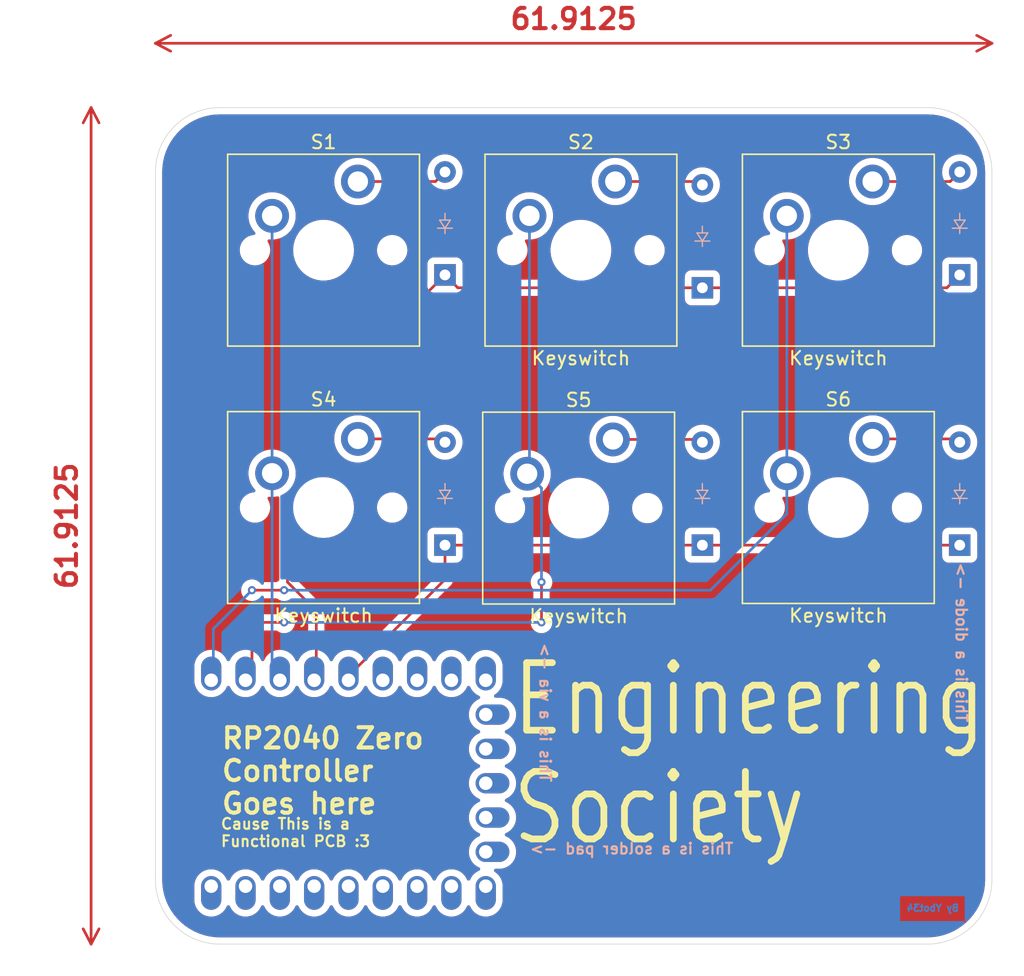
<source format=kicad_pcb>
(kicad_pcb (version 20241229) (generator "pcbnew") (generator_version "9.0")
  (layers (0 "F.Cu" signal) (2 "B.Cu" signal) (13 "F.Paste" user) (15 "B.Paste" user) (5 "F.SilkS" user "F.Silkscreen") (7 "B.SilkS" user "B.Silkscreen") (1 "F.Mask" user) (3 "B.Mask" user) (25 "Edge.Cuts" user))
  (net 0 "")
  (net 1 "Net-(D1-A)")
  (net 2 "Row 0")
  (net 3 "Net-(D2-A)")
  (net 4 "Net-(D3-A)")
  (net 5 "Row 1")
  (net 6 "Net-(D4-A)")
  (net 7 "Net-(D5-A)")
  (net 8 "Net-(D6-A)")
  (net 9 "Collom 0")
  (net 28 "collom 1")
  (net 29 "collom 2")
  (footprint "ScottoKeebs_MX:MX_PCB_1.00u" (layer "F.Cu") (at 138.65 51.03125)
    (property "Reference" "S2" (at 0 -8 0) (layer "F.SilkS"))
    (property "Value" "Keyswitch" (at 0 8 0) (layer "F.SilkS"))
    (fp_line (start -7.1 -7.1) (end -7.1 7.1) (stroke (width 0.12)) (layer "F.SilkS"))
    (fp_line (start -7.1 7.1) (end 7.1 7.1) (stroke (width 0.12)) (layer "F.SilkS"))
    (fp_line (start 7.1 -7.1) (end -7.1 -7.1) (stroke (width 0.12)) (layer "F.SilkS"))
    (fp_line (start 7.1 7.1) (end 7.1 -7.1) (stroke (width 0.12)) (layer "F.SilkS"))
    (pad "" np_thru_hole circle (at -5.08 0) (size 1.75 1.75) (drill 1.75) (layers "*.Cu" "*.Mask"))
    (pad "" np_thru_hole circle (at 0 0) (size 4 4) (drill 4) (layers "*.Cu" "*.Mask"))
    (pad "" np_thru_hole circle (at 5.08 0) (size 1.75 1.75) (drill 1.75) (layers "*.Cu" "*.Mask"))
    (pad "1" thru_hole circle (at -3.81 -2.54) (size 2.5 2.5) (drill 1.5) (layers "*.Cu" "*.Mask") (net 28 "collom 1"))
    (pad "2" thru_hole circle (at 2.54 -5.08) (size 2.5 2.5) (drill 1.5) (layers "*.Cu" "*.Mask") (net 3 "Net-(D2-A)"))
  )
  (footprint "ScottoKeebs_MX:MX_PCB_1.00u" (layer "F.Cu") (at 119.6 70.08125)
    (property "Reference" "S4" (at 0 -8 0) (layer "F.SilkS"))
    (property "Value" "Keyswitch" (at 0 8 0) (layer "F.SilkS"))
    (fp_line (start -7.1 -7.1) (end -7.1 7.1) (stroke (width 0.12)) (layer "F.SilkS"))
    (fp_line (start -7.1 7.1) (end 7.1 7.1) (stroke (width 0.12)) (layer "F.SilkS"))
    (fp_line (start 7.1 -7.1) (end -7.1 -7.1) (stroke (width 0.12)) (layer "F.SilkS"))
    (fp_line (start 7.1 7.1) (end 7.1 -7.1) (stroke (width 0.12)) (layer "F.SilkS"))
    (pad "" np_thru_hole circle (at -5.08 0) (size 1.75 1.75) (drill 1.75) (layers "*.Cu" "*.Mask"))
    (pad "" np_thru_hole circle (at 0 0) (size 4 4) (drill 4) (layers "*.Cu" "*.Mask"))
    (pad "" np_thru_hole circle (at 5.08 0) (size 1.75 1.75) (drill 1.75) (layers "*.Cu" "*.Mask"))
    (pad "1" thru_hole circle (at -3.81 -2.54) (size 2.5 2.5) (drill 1.5) (layers "*.Cu" "*.Mask") (net 9 "Collom 0"))
    (pad "2" thru_hole circle (at 2.54 -5.08) (size 2.5 2.5) (drill 1.5) (layers "*.Cu" "*.Mask") (net 6 "Net-(D4-A)"))
  )
  (footprint "ScottoKeebs_MX:MX_PCB_1.00u" (layer "F.Cu") (at 157.7 70.08125)
    (property "Reference" "S6" (at 0 -8 0) (layer "F.SilkS"))
    (property "Value" "Keyswitch" (at 0 8 0) (layer "F.SilkS"))
    (fp_line (start -7.1 -7.1) (end -7.1 7.1) (stroke (width 0.12)) (layer "F.SilkS"))
    (fp_line (start -7.1 7.1) (end 7.1 7.1) (stroke (width 0.12)) (layer "F.SilkS"))
    (fp_line (start 7.1 -7.1) (end -7.1 -7.1) (stroke (width 0.12)) (layer "F.SilkS"))
    (fp_line (start 7.1 7.1) (end 7.1 -7.1) (stroke (width 0.12)) (layer "F.SilkS"))
    (pad "" np_thru_hole circle (at -5.08 0) (size 1.75 1.75) (drill 1.75) (layers "*.Cu" "*.Mask"))
    (pad "" np_thru_hole circle (at 0 0) (size 4 4) (drill 4) (layers "*.Cu" "*.Mask"))
    (pad "" np_thru_hole circle (at 5.08 0) (size 1.75 1.75) (drill 1.75) (layers "*.Cu" "*.Mask"))
    (pad "1" thru_hole circle (at -3.81 -2.54) (size 2.5 2.5) (drill 1.5) (layers "*.Cu" "*.Mask") (net 29 "collom 2"))
    (pad "2" thru_hole circle (at 2.54 -5.08) (size 2.5 2.5) (drill 1.5) (layers "*.Cu" "*.Mask") (net 8 "Net-(D6-A)"))
  )
  (footprint "ScottoKeebs_MCU:RP2040_Zero" (layer "F.Cu") (at 121.44375 90.4875 90)
    (property "Reference" "U1" (hide yes))
    (property "Value" "RP2040_Zero" (hide yes))
    (pad "1" thru_hole oval (at 7.62 -10.16 270) (size 2.5 1.5) (drill 1 (offset -0.5 0)) (layers "*.Cu" "*.Mask") (net 29 "collom 2"))
    (pad "2" thru_hole oval (at 7.62 -7.62 270) (size 2.5 1.5) (drill 1 (offset -0.5 0)) (layers "*.Cu" "*.Mask") (net 28 "collom 1"))
    (pad "3" thru_hole oval (at 7.62 -5.08 270) (size 2.5 1.5) (drill 1 (offset -0.5 0)) (layers "*.Cu" "*.Mask") (net 9 "Collom 0"))
    (pad "4" thru_hole oval (at 7.62 -2.54 270) (size 2.5 1.5) (drill 1 (offset -0.5 0)) (layers "*.Cu" "*.Mask") (net 2 "Row 0"))
    (pad "5" thru_hole oval (at 7.62 0 270) (size 2.5 1.5) (drill 1 (offset -0.5 0)) (layers "*.Cu" "*.Mask") (net 5 "Row 1"))
    (pad "6" thru_hole oval (at 7.62 2.54 270) (size 2.5 1.5) (drill 1 (offset -0.5 0)) (layers "*.Cu" "*.Mask"))
    (pad "7" thru_hole oval (at 7.62 5.08 270) (size 2.5 1.5) (drill 1 (offset -0.5 0)) (layers "*.Cu" "*.Mask"))
    (pad "8" thru_hole oval (at 7.62 7.62 270) (size 2.5 1.5) (drill 1 (offset -0.5 0)) (layers "*.Cu" "*.Mask"))
    (pad "9" thru_hole oval (at 7.62 10.16 270) (size 2.5 1.5) (drill 1 (offset -0.5 0)) (layers "*.Cu" "*.Mask"))
    (pad "10" thru_hole oval (at 5.08 10.16 180) (size 2.5 1.5) (drill 1 (offset -0.5 0)) (layers "*.Cu" "*.Mask"))
    (pad "11" thru_hole oval (at 2.54 10.16 180) (size 2.5 1.5) (drill 1 (offset -0.5 0)) (layers "*.Cu" "*.Mask"))
    (pad "12" thru_hole oval (at 0 10.16 180) (size 2.5 1.5) (drill 1 (offset -0.5 0)) (layers "*.Cu" "*.Mask"))
    (pad "13" thru_hole oval (at -2.54 10.16 180) (size 2.5 1.5) (drill 1 (offset -0.5 0)) (layers "*.Cu" "*.Mask"))
    (pad "14" thru_hole oval (at -5.08 10.16 180) (size 2.5 1.5) (drill 1 (offset -0.5 0)) (layers "*.Cu" "*.Mask"))
    (pad "15" thru_hole oval (at -7.62 10.16 90) (size 2.5 1.5) (drill 1 (offset -0.5 0)) (layers "*.Cu" "*.Mask"))
    (pad "16" thru_hole oval (at -7.62 7.62 90) (size 2.5 1.5) (drill 1 (offset -0.5 0)) (layers "*.Cu" "*.Mask"))
    (pad "17" thru_hole oval (at -7.62 5.08 90) (size 2.5 1.5) (drill 1 (offset -0.5 0)) (layers "*.Cu" "*.Mask"))
    (pad "18" thru_hole oval (at -7.62 2.54 90) (size 2.5 1.5) (drill 1 (offset -0.5 0)) (layers "*.Cu" "*.Mask"))
    (pad "19" thru_hole oval (at -7.62 0 90) (size 2.5 1.5) (drill 1 (offset -0.5 0)) (layers "*.Cu" "*.Mask"))
    (pad "20" thru_hole oval (at -7.62 -2.54 90) (size 2.5 1.5) (drill 1 (offset -0.5 0)) (layers "*.Cu" "*.Mask"))
    (pad "21" thru_hole oval (at -7.62 -5.08 90) (size 2.5 1.5) (drill 1 (offset -0.5 0)) (layers "*.Cu" "*.Mask"))
    (pad "22" thru_hole oval (at -7.62 -7.62 90) (size 2.5 1.5) (drill 1 (offset -0.5 0)) (layers "*.Cu" "*.Mask"))
    (pad "23" thru_hole oval (at -7.62 -10.16 90) (size 2.5 1.5) (drill 1 (offset -0.5 0)) (layers "*.Cu" "*.Mask"))
  )
  (footprint "ScottoKeebs_MX:MX_PCB_1.00u" (layer "F.Cu") (at 119.6 51.03125)
    (property "Reference" "S1" (at 0 -8 0) (layer "F.SilkS"))
    (property "Value" "Keyswitch")
    (fp_line (start -7.1 -7.1) (end -7.1 7.1) (stroke (width 0.12)) (layer "F.SilkS"))
    (fp_line (start -7.1 7.1) (end 7.1 7.1) (stroke (width 0.12)) (layer "F.SilkS"))
    (fp_line (start 7.1 -7.1) (end -7.1 -7.1) (stroke (width 0.12)) (layer "F.SilkS"))
    (fp_line (start 7.1 7.1) (end 7.1 -7.1) (stroke (width 0.12)) (layer "F.SilkS"))
    (pad "" np_thru_hole circle (at -5.08 0) (size 1.75 1.75) (drill 1.75) (layers "*.Cu" "*.Mask"))
    (pad "" np_thru_hole circle (at 0 0) (size 4 4) (drill 4) (layers "*.Cu" "*.Mask"))
    (pad "" np_thru_hole circle (at 5.08 0) (size 1.75 1.75) (drill 1.75) (layers "*.Cu" "*.Mask"))
    (pad "1" thru_hole circle (at -3.81 -2.54) (size 2.5 2.5) (drill 1.5) (layers "*.Cu" "*.Mask") (net 9 "Collom 0"))
    (pad "2" thru_hole circle (at 2.54 -5.08) (size 2.5 2.5) (drill 1.5) (layers "*.Cu" "*.Mask") (net 1 "Net-(D1-A)"))
  )
  (footprint "ScottoKeebs_MX:MX_PCB_1.00u" (layer "F.Cu") (at 157.7 51.03125)
    (property "Reference" "S3" (at 0 -8 0) (layer "F.SilkS"))
    (property "Value" "Keyswitch" (at 0 8 0) (layer "F.SilkS"))
    (fp_line (start -7.1 -7.1) (end -7.1 7.1) (stroke (width 0.12)) (layer "F.SilkS"))
    (fp_line (start -7.1 7.1) (end 7.1 7.1) (stroke (width 0.12)) (layer "F.SilkS"))
    (fp_line (start 7.1 -7.1) (end -7.1 -7.1) (stroke (width 0.12)) (layer "F.SilkS"))
    (fp_line (start 7.1 7.1) (end 7.1 -7.1) (stroke (width 0.12)) (layer "F.SilkS"))
    (pad "" np_thru_hole circle (at -5.08 0) (size 1.75 1.75) (drill 1.75) (layers "*.Cu" "*.Mask"))
    (pad "" np_thru_hole circle (at 0 0) (size 4 4) (drill 4) (layers "*.Cu" "*.Mask"))
    (pad "" np_thru_hole circle (at 5.08 0) (size 1.75 1.75) (drill 1.75) (layers "*.Cu" "*.Mask"))
    (pad "1" thru_hole circle (at -3.81 -2.54) (size 2.5 2.5) (drill 1.5) (layers "*.Cu" "*.Mask") (net 29 "collom 2"))
    (pad "2" thru_hole circle (at 2.54 -5.08) (size 2.5 2.5) (drill 1.5) (layers "*.Cu" "*.Mask") (net 4 "Net-(D3-A)"))
  )
  (footprint "ScottoKeebs_MX:MX_PCB_1.00u" (layer "F.Cu") (at 138.48 70.12125)
    (property "Reference" "S5" (at 0 -8 0) (layer "F.SilkS"))
    (property "Value" "Keyswitch" (at 0 8 0) (layer "F.SilkS"))
    (fp_line (start -7.1 -7.1) (end -7.1 7.1) (stroke (width 0.12)) (layer "F.SilkS"))
    (fp_line (start -7.1 7.1) (end 7.1 7.1) (stroke (width 0.12)) (layer "F.SilkS"))
    (fp_line (start 7.1 -7.1) (end -7.1 -7.1) (stroke (width 0.12)) (layer "F.SilkS"))
    (fp_line (start 7.1 7.1) (end 7.1 -7.1) (stroke (width 0.12)) (layer "F.SilkS"))
    (pad "" np_thru_hole circle (at -5.08 0) (size 1.75 1.75) (drill 1.75) (layers "*.Cu" "*.Mask"))
    (pad "" np_thru_hole circle (at 0 0) (size 4 4) (drill 4) (layers "*.Cu" "*.Mask"))
    (pad "" np_thru_hole circle (at 5.08 0) (size 1.75 1.75) (drill 1.75) (layers "*.Cu" "*.Mask"))
    (pad "1" thru_hole circle (at -3.81 -2.54) (size 2.5 2.5) (drill 1.5) (layers "*.Cu" "*.Mask") (net 28 "collom 1"))
    (pad "2" thru_hole circle (at 2.54 -5.08) (size 2.5 2.5) (drill 1.5) (layers "*.Cu" "*.Mask") (net 7 "Net-(D5-A)"))
  )
  (footprint "ScottoKeebs_Components:Diode_DO-35" (layer "B.Cu") (at 166.6875 72.86625 90)
    (property "Reference" "D6" (hide yes))
    (property "Value" "Diode" (hide yes))
    (fp_line (start 4.06 -0.4) (end 3.46 0) (stroke (width 0.1)) (layer "B.SilkS"))
    (fp_line (start 4.06 0) (end 4.56 0) (stroke (width 0.1)) (layer "B.SilkS"))
    (fp_line (start 3.46 0) (end 4.06 0.4) (stroke (width 0.1)) (layer "B.SilkS"))
    (fp_line (start 3.06 0) (end 3.46 0) (stroke (width 0.1)) (layer "B.SilkS"))
    (fp_line (start 4.06 0.4) (end 4.06 -0.4) (stroke (width 0.1)) (layer "B.SilkS"))
    (fp_line (start 3.46 0.55) (end 3.46 -0.55) (stroke (width 0.1)) (layer "B.SilkS"))
    (pad "1" thru_hole rect (at 0 0 90) (size 1.6 1.6) (drill 0.8) (layers "*.Cu" "*.Mask") (net 5 "Row 1"))
    (pad "2" thru_hole oval (at 7.62 0 90) (size 1.6 1.6) (drill 0.8) (layers "*.Cu" "*.Mask") (net 8 "Net-(D6-A)"))
  )
  (footprint "ScottoKeebs_Components:Diode_DO-35" (layer "B.Cu") (at 128.5875 72.86625 90)
    (property "Reference" "D4" (hide yes))
    (property "Value" "Diode" (hide yes))
    (fp_line (start 4.06 -0.4) (end 3.46 0) (stroke (width 0.1)) (layer "B.SilkS"))
    (fp_line (start 4.06 0) (end 4.56 0) (stroke (width 0.1)) (layer "B.SilkS"))
    (fp_line (start 3.46 0) (end 4.06 0.4) (stroke (width 0.1)) (layer "B.SilkS"))
    (fp_line (start 3.06 0) (end 3.46 0) (stroke (width 0.1)) (layer "B.SilkS"))
    (fp_line (start 4.06 0.4) (end 4.06 -0.4) (stroke (width 0.1)) (layer "B.SilkS"))
    (fp_line (start 3.46 0.55) (end 3.46 -0.55) (stroke (width 0.1)) (layer "B.SilkS"))
    (pad "1" thru_hole rect (at 0 0 90) (size 1.6 1.6) (drill 0.8) (layers "*.Cu" "*.Mask") (net 5 "Row 1"))
    (pad "2" thru_hole oval (at 7.62 0 90) (size 1.6 1.6) (drill 0.8) (layers "*.Cu" "*.Mask") (net 6 "Net-(D4-A)"))
  )
  (footprint "ScottoKeebs_Components:Diode_DO-35" (layer "B.Cu") (at 147.6375 53.81625 90)
    (property "Reference" "D2" (hide yes))
    (property "Value" "Diode" (hide yes))
    (fp_line (start 4.06 -0.4) (end 3.46 0) (stroke (width 0.1)) (layer "B.SilkS"))
    (fp_line (start 4.06 0) (end 4.56 0) (stroke (width 0.1)) (layer "B.SilkS"))
    (fp_line (start 3.46 0) (end 4.06 0.4) (stroke (width 0.1)) (layer "B.SilkS"))
    (fp_line (start 3.06 0) (end 3.46 0) (stroke (width 0.1)) (layer "B.SilkS"))
    (fp_line (start 4.06 0.4) (end 4.06 -0.4) (stroke (width 0.1)) (layer "B.SilkS"))
    (fp_line (start 3.46 0.55) (end 3.46 -0.55) (stroke (width 0.1)) (layer "B.SilkS"))
    (pad "1" thru_hole rect (at 0 0 90) (size 1.6 1.6) (drill 0.8) (layers "*.Cu" "*.Mask") (net 2 "Row 0"))
    (pad "2" thru_hole oval (at 7.62 0 90) (size 1.6 1.6) (drill 0.8) (layers "*.Cu" "*.Mask") (net 3 "Net-(D2-A)"))
  )
  (footprint "ScottoKeebs_Components:Diode_DO-35" (layer "B.Cu") (at 147.6375 72.86625 90)
    (property "Reference" "D5" (hide yes))
    (property "Value" "Diode" (hide yes))
    (fp_line (start 4.06 -0.4) (end 3.46 0) (stroke (width 0.1)) (layer "B.SilkS"))
    (fp_line (start 4.06 0) (end 4.56 0) (stroke (width 0.1)) (layer "B.SilkS"))
    (fp_line (start 3.46 0) (end 4.06 0.4) (stroke (width 0.1)) (layer "B.SilkS"))
    (fp_line (start 3.06 0) (end 3.46 0) (stroke (width 0.1)) (layer "B.SilkS"))
    (fp_line (start 4.06 0.4) (end 4.06 -0.4) (stroke (width 0.1)) (layer "B.SilkS"))
    (fp_line (start 3.46 0.55) (end 3.46 -0.55) (stroke (width 0.1)) (layer "B.SilkS"))
    (pad "1" thru_hole rect (at 0 0 90) (size 1.6 1.6) (drill 0.8) (layers "*.Cu" "*.Mask") (net 5 "Row 1"))
    (pad "2" thru_hole oval (at 7.62 0 90) (size 1.6 1.6) (drill 0.8) (layers "*.Cu" "*.Mask") (net 7 "Net-(D5-A)"))
  )
  (footprint "ScottoKeebs_Components:Diode_DO-35" (layer "B.Cu") (at 128.5875 52.86375 90)
    (property "Reference" "D1" (hide yes))
    (property "Value" "Diode" (hide yes))
    (fp_line (start 4.06 -0.4) (end 3.46 0) (stroke (width 0.1)) (layer "B.SilkS"))
    (fp_line (start 4.06 0) (end 4.56 0) (stroke (width 0.1)) (layer "B.SilkS"))
    (fp_line (start 3.46 0) (end 4.06 0.4) (stroke (width 0.1)) (layer "B.SilkS"))
    (fp_line (start 3.06 0) (end 3.46 0) (stroke (width 0.1)) (layer "B.SilkS"))
    (fp_line (start 4.06 0.4) (end 4.06 -0.4) (stroke (width 0.1)) (layer "B.SilkS"))
    (fp_line (start 3.46 0.55) (end 3.46 -0.55) (stroke (width 0.1)) (layer "B.SilkS"))
    (pad "1" thru_hole rect (at 0 0 90) (size 1.6 1.6) (drill 0.8) (layers "*.Cu" "*.Mask") (net 2 "Row 0"))
    (pad "2" thru_hole oval (at 7.62 0 90) (size 1.6 1.6) (drill 0.8) (layers "*.Cu" "*.Mask") (net 1 "Net-(D1-A)"))
  )
  (footprint "ScottoKeebs_Components:Diode_DO-35" (layer "B.Cu") (at 166.6875 52.86375 90)
    (property "Reference" "D3" (hide yes))
    (property "Value" "Diode" (hide yes))
    (fp_line (start 4.06 -0.4) (end 3.46 0) (stroke (width 0.1)) (layer "B.SilkS"))
    (fp_line (start 4.06 0) (end 4.56 0) (stroke (width 0.1)) (layer "B.SilkS"))
    (fp_line (start 3.46 0) (end 4.06 0.4) (stroke (width 0.1)) (layer "B.SilkS"))
    (fp_line (start 3.06 0) (end 3.46 0) (stroke (width 0.1)) (layer "B.SilkS"))
    (fp_line (start 4.06 0.4) (end 4.06 -0.4) (stroke (width 0.1)) (layer "B.SilkS"))
    (fp_line (start 3.46 0.55) (end 3.46 -0.55) (stroke (width 0.1)) (layer "B.SilkS"))
    (pad "1" thru_hole rect (at 0 0 90) (size 1.6 1.6) (drill 0.8) (layers "*.Cu" "*.Mask") (net 2 "Row 0"))
    (pad "2" thru_hole oval (at 7.62 0 90) (size 1.6 1.6) (drill 0.8) (layers "*.Cu" "*.Mask") (net 4 "Net-(D3-A)"))
  )
  (gr_line (start 107.15625 45.24375) (end 107.15625 97.63125) (stroke (width 0.05)) (layer "Edge.Cuts"))
  (gr_line (start 111.91875 102.39375) (end 164.30625 102.39375) (stroke (width 0.05)) (layer "Edge.Cuts"))
  (gr_arc (start 111.91875 102.39375) (mid 108.551154 100.998846) (end 107.15625 97.63125) (stroke (width 0.05)) (layer "Edge.Cuts"))
  (gr_arc (start 169.06875 97.63125) (mid 167.673846 100.998846) (end 164.30625 102.39375) (stroke (width 0.05)) (layer "Edge.Cuts"))
  (gr_line (start 169.06875 45.24375) (end 169.06875 95.25) (stroke (width 0.05)) (layer "Edge.Cuts"))
  (gr_line (start 164.30625 40.481251) (end 111.91875 40.48125) (stroke (width 0.05)) (layer "Edge.Cuts"))
  (gr_line (start 169.06875 95.25) (end 169.06875 97.63125) (stroke (width 0.05)) (layer "Edge.Cuts"))
  (gr_arc (start 164.30625 40.48125) (mid 167.673846 41.876154) (end 169.06875 45.24375) (stroke (width 0.05)) (layer "Edge.Cuts"))
  (gr_arc (start 107.15625 45.24375) (mid 108.551154 41.876154) (end 111.91875 40.48125) (stroke (width 0.05)) (layer "Edge.Cuts"))
  (gr_text "By Ybot34" (at 166.6875 100.0125 0) (layer "B.Cu") (effects (font (size 0.5 0.5) (thickness 0.125) (bold yes)) (justify left bottom mirror)))
  (gr_text "RP2040 Zero \nController\nGoes here" (at 111.91875 92.86875 0) (layer "F.SilkS") (effects (font (size 1.5 1.5) (thickness 0.3) (bold yes)) (justify left bottom)))
  (gr_text "Engineering\nSociety\n" (at 133.35 95.25 0) (layer "F.SilkS") (effects (font (size 5 4) (thickness 0.5) (bold yes)) (justify left bottom)))
  (gr_text "Cause This is a\nFunctional PCB :3" (at 111.91875 95.25 0) (layer "F.SilkS") (effects (font (size 0.8 0.8) (thickness 0.16) (bold yes)) (justify left bottom)))
  (gr_text "This is a solder pad ->" (at 150.01875 95.8 0) (layer "B.SilkS") (effects (font (size 0.8 0.8) (thickness 0.16) (bold yes)) (justify left bottom mirror)))
  (gr_text "This is a diode ->" (at 166.34 86.06 270) (layer "B.SilkS") (effects (font (size 0.8 0.8) (thickness 0.16) (bold yes)) (justify left bottom mirror)))
  (gr_text "This is a via ->" (at 135.54 90.4875 270) (layer "B.SilkS") (effects (font (size 0.8 0.8) (thickness 0.16) (bold yes)) (justify left bottom mirror)))
  (dimension (type orthogonal) (layer "F.Cu") (pts (xy 102.39375 102.39375) (xy 102.39375 40.48125)) (height 0) (orientation 1) (format (prefix "") (suffix "") (units 3) (units_format 0) (precision 4) (suppress_zeroes yes)) (style (thickness 0.2) (arrow_length 1.27) (text_position_mode 0) (arrow_direction outward) (extension_height 0.58642) (extension_offset 0.5) (keep_text_aligned yes)) (gr_text "61.9125" (at 100.59375 71.4375 90) (layer "F.Cu") (effects (font (size 1.5 1.5) (thickness 0.3)))))
  (dimension (type orthogonal) (layer "F.Cu") (pts (xy 107.15625 35.71875) (xy 169.06875 35.71875)) (height 0) (orientation 0) (format (prefix "") (suffix "") (units 3) (units_format 0) (precision 4) (suppress_zeroes yes)) (style (thickness 0.2) (arrow_length 1.27) (text_position_mode 0) (arrow_direction outward) (extension_height 0.58642) (extension_offset 0.5) (keep_text_aligned yes)) (gr_text "61.9125" (at 138.1125 33.91875 0) (layer "F.Cu") (effects (font (size 1.5 1.5) (thickness 0.3)))))
  (segment (start 122.14 45.95125) (end 127.88 45.95125) (width 0.2) (layer "F.Cu") (net 1))
  (segment (start 127.88 45.95125) (end 128.5875 45.24375) (width 0.2) (layer "F.Cu") (net 1))
  (segment (start 165.735 53.81625) (end 147.6375 53.81625) (width 0.2) (layer "F.Cu") (net 2))
  (segment (start 166.6875 52.86375) (end 165.735 53.81625) (width 0.2) (layer "F.Cu") (net 2))
  (segment (start 129.54 53.81625) (end 128.5875 52.86375) (width 0.2) (layer "F.Cu") (net 2))
  (segment (start 118.626184 67.73025) (end 116.930193 69.426241) (width 0.2) (layer "F.Cu") (net 2))
  (segment (start 128.5875 52.86375) (end 118.626184 62.825066) (width 0.2) (layer "F.Cu") (net 2))
  (segment (start 118.626184 62.825066) (end 118.626184 67.73025) (width 0.2) (layer "F.Cu") (net 2))
  (segment (start 147.6375 53.81625) (end 129.54 53.81625) (width 0.2) (layer "F.Cu") (net 2))
  (segment (start 119.0625 77.731307) (end 119.0625 82.39125) (width 0.2) (layer "F.Cu") (net 2))
  (segment (start 116.930193 75.599) (end 119.0625 77.731307) (width 0.2) (layer "F.Cu") (net 2))
  (segment (start 116.930193 69.426241) (end 116.930193 75.599) (width 0.2) (layer "F.Cu") (net 2))
  (segment (start 141.19 45.95125) (end 147.3925 45.95125) (width 0.2) (layer "F.Cu") (net 3))
  (segment (start 147.3925 45.95125) (end 147.6375 46.19625) (width 0.2) (layer "F.Cu") (net 3))
  (segment (start 165.98 45.95125) (end 166.6875 45.24375) (width 0.2) (layer "F.Cu") (net 4))
  (segment (start 160.24 45.95125) (end 165.98 45.95125) (width 0.2) (layer "F.Cu") (net 4))
  (segment (start 147.6375 72.86625) (end 128.5875 72.86625) (width 0.2) (layer "F.Cu") (net 5))
  (segment (start 166.6875 72.86625) (end 147.6375 72.86625) (width 0.2) (layer "F.Cu") (net 5))
  (segment (start 128.5875 75.40625) (end 121.6025 82.39125) (width 0.2) (layer "F.Cu") (net 5))
  (segment (start 128.5875 72.86625) (end 128.5875 75.40625) (width 0.2) (layer "F.Cu") (net 5))
  (segment (start 128.3425 65.00125) (end 128.5875 65.24625) (width 0.2) (layer "F.Cu") (net 6))
  (segment (start 122.14 65.00125) (end 128.3425 65.00125) (width 0.2) (layer "F.Cu") (net 6))
  (segment (start 141.02 65.04125) (end 147.4325 65.04125) (width 0.2) (layer "F.Cu") (net 7))
  (segment (start 147.4325 65.04125) (end 147.6375 65.24625) (width 0.2) (layer "F.Cu") (net 7))
  (segment (start 166.4425 65.00125) (end 166.6875 65.24625) (width 0.2) (layer "F.Cu") (net 8))
  (segment (start 160.24 65.00125) (end 166.4425 65.00125) (width 0.2) (layer "F.Cu") (net 8))
  (segment (start 115.79 67.54125) (end 115.79 81.65875) (width 0.2) (layer "B.Cu") (net 9))
  (segment (start 115.79 81.65875) (end 116.5225 82.39125) (width 0.2) (layer "B.Cu") (net 9))
  (segment (start 115.79 48.49125) (end 115.79 67.54125) (width 0.2) (layer "B.Cu") (net 9))
  (segment (start 114.3 82.39125) (end 113.82375 82.8675) (width 0.2) (layer "F.Cu") (net 28))
  (segment (start 114.3 78.58125) (end 114.3 82.39125) (width 0.2) (layer "F.Cu") (net 28))
  (segment (start 116.68125 78.58125) (end 114.3 78.58125) (width 0.2) (layer "F.Cu") (net 28))
  (segment (start 135.73125 75.6) (end 135.73125 78.58125) (width 0.2) (layer "F.Cu") (net 28))
  (via (at 135.73125 75.6) (size 0.6) (drill 0.3) (layers "F.Cu" "B.Cu") (net 28))
  (via (at 135.73125 78.58125) (size 0.6) (drill 0.3) (layers "F.Cu" "B.Cu") (net 28))
  (via (at 116.68125 78.58125) (size 0.6) (drill 0.3) (layers "F.Cu" "B.Cu") (net 28))
  (segment (start 135.73125 78.58125) (end 116.68125 78.58125) (width 0.2) (layer "B.Cu") (net 28))
  (segment (start 134.67 67.58125) (end 135.73125 68.6425) (width 0.2) (layer "B.Cu") (net 28))
  (segment (start 135.73125 68.6425) (end 135.73125 75.6) (width 0.2) (layer "B.Cu") (net 28))
  (segment (start 134.84 67.41125) (end 134.67 67.58125) (width 0.2) (layer "B.Cu") (net 28))
  (segment (start 134.84 48.49125) (end 134.84 67.41125) (width 0.2) (layer "B.Cu") (net 28))
  (segment (start 116.68125 76.2) (end 114.3 76.2) (width 0.2) (layer "F.Cu") (net 29))
  (via (at 114.3 76.2) (size 0.6) (drill 0.3) (layers "F.Cu" "B.Cu") (net 29))
  (via (at 116.68125 76.2) (size 0.6) (drill 0.3) (layers "F.Cu" "B.Cu") (net 29))
  (segment (start 153.89 48.49125) (end 153.89 67.54125) (width 0.2) (layer "B.Cu") (net 29))
  (segment (start 148.235076 76.2) (end 116.68125 76.2) (width 0.2) (layer "B.Cu") (net 29))
  (segment (start 153.89 67.54125) (end 153.89 70.545076) (width 0.2) (layer "B.Cu") (net 29))
  (segment (start 153.89 70.545076) (end 148.235076 76.2) (width 0.2) (layer "B.Cu") (net 29))
  (segment (start 114.3 76.2) (end 111.4425 79.0575) (width 0.2) (layer "B.Cu") (net 29))
  (segment (start 111.4425 79.0575) (end 111.4425 82.39125) (width 0.2) (layer "B.Cu") (net 29))
  (zone (net 0) (net_name "") (layers "F.Cu" "B.Cu") (connect_pads (clearance 0.5)) (min_thickness 0.25) (fill yes (thermal_gap 0.5) (thermal_bridge_width 0.5) (island_removal_mode 1) (island_area_min 10))
    (polygon (pts (xy 171.45 104.775) (xy 104.775 104.775) (xy 104.775 38.1) (xy 171.45 38.1)))
  )
)
</source>
